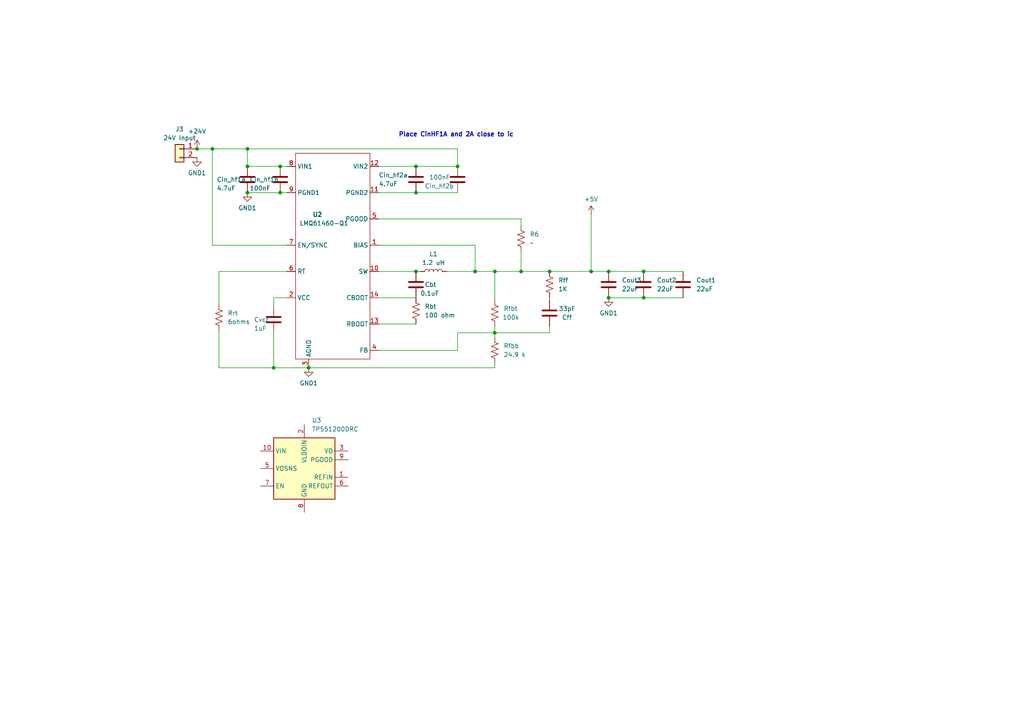
<source format=kicad_sch>
(kicad_sch (version 20230121) (generator eeschema)
  (paper "A4")
  (lib_symbols
    (symbol "Connector_Generic:Conn_01x02" (pin_names (offset 1.016) hide)
      (property "Reference" "J" (at 0 2.54 0))
      (property "Value" "Conn_01x02" (at 0 -5.08 0))
      (symbol "Conn_01x02_1_1"
        (rectangle (start -1.27 -2.413) (end 0 -2.667) (stroke (width 0.1524)))
        (rectangle (start -1.27 0.127) (end 0 -0.127) (stroke (width 0.1524)))
        (rectangle (start -1.27 1.27) (end 1.27 -3.81) (stroke (width 0.254)) (fill (type background)))
        (pin passive line (at -5.08 0 0) (length 3.81) (name "Pin_1") (number "1"))
        (pin passive line (at -5.08 -2.54 0) (length 3.81) (name "Pin_2") (number "2"))
      )
    )
    (symbol "Device:C" (pin_numbers hide) (pin_names (offset 0.254))
      (property "Reference" "C" (at 0.635 2.54 0))
      (property "Value" "C" (at 0.635 -2.54 0))
      (symbol "C_0_1"
        (polyline (pts (xy -2.032 -0.762) (xy 2.032 -0.762)) (stroke (width 0.508)))
        (polyline (pts (xy -2.032 0.762) (xy 2.032 0.762)) (stroke (width 0.508)))
      )
      (symbol "C_1_1"
        (pin passive line (at 0 3.81 270) (length 2.794) (name "~") (number "1"))
        (pin passive line (at 0 -3.81 90) (length 2.794) (name "~") (number "2"))
      )
    )
    (symbol "Device:L" (pin_numbers hide) (pin_names (offset 1.016) hide)
      (property "Reference" "L" (at -1.27 0 90))
      (property "Value" "L" (at 1.905 0 90))
      (symbol "L_0_1"
        (arc (start 0 -2.54) (mid 0.6323 -1.905) (end 0 -1.27))
        (arc (start 0 -1.27) (mid 0.6323 -0.635) (end 0 0))
        (arc (start 0 0) (mid 0.6323 0.635) (end 0 1.27))
        (arc (start 0 1.27) (mid 0.6323 1.905) (end 0 2.54))
      )
      (symbol "L_1_1"
        (pin passive line (at 0 3.81 270) (length 1.27) (name "1") (number "1"))
        (pin passive line (at 0 -3.81 90) (length 1.27) (name "2") (number "2"))
      )
    )
    (symbol "Device:R_US" (pin_numbers hide) (pin_names (offset 0))
      (property "Reference" "R" (at 2.54 0 90))
      (property "Value" "R_US" (at -2.54 0 90))
      (symbol "R_US_0_1"
        (polyline (pts (xy 0 -2.286) (xy 0 -2.54)))
        (polyline (pts (xy 0 2.286) (xy 0 2.54)))
        (polyline (pts (xy 0 -0.762) (xy 1.016 -1.143) (xy 0 -1.524) (xy -1.016 -1.905) (xy 0 -2.286)))
        (polyline (pts (xy 0 0.762) (xy 1.016 0.381) (xy 0 0) (xy -1.016 -0.381) (xy 0 -0.762)))
        (polyline (pts (xy 0 2.286) (xy 1.016 1.905) (xy 0 1.524) (xy -1.016 1.143) (xy 0 0.762)))
      )
      (symbol "R_US_1_1"
        (pin passive line (at 0 3.81 270) (length 1.27) (name "~") (number "1"))
        (pin passive line (at 0 -3.81 90) (length 1.27) (name "~") (number "2"))
      )
    )
    (symbol "Regulator:LMQ61460-Q1"
      (property "Reference" "U2" (at -6.35 8.89 0))
      (property "Value" "LMQ61460-Q1" (at -4.445 6.35 0))
      (symbol "LMQ61460-Q1_1_1"
        (rectangle (start -12.7 26.67) (end 8.89 -33.02))
        (pin power_in line (at 11.43 0 180) (length 2.54) (name "BIAS") (number "1"))
        (pin output line (at 11.43 -7.62 180) (length 2.54) (name "SW") (number "10"))
        (pin input line (at 11.43 15.24 180) (length 2.54) (name "PGND2") (number "11"))
        (pin power_in line (at 11.43 22.86 180) (length 2.54) (name "VIN2") (number "12"))
        (pin bidirectional line (at 11.43 -22.86 180) (length 2.54) (name "RBOOT") (number "13"))
        (pin bidirectional line (at 11.43 -15.24 180) (length 2.54) (name "CBOOT") (number "14"))
        (pin output line (at -15.24 -15.24 0) (length 2.54) (name "VCC") (number "2"))
        (pin input line (at -8.89 -35.56 90) (length 2.54) (name "AGND") (number "3"))
        (pin input line (at 11.43 -30.48 180) (length 2.54) (name "FB") (number "4"))
        (pin output line (at 11.43 7.62 180) (length 2.54) (name "PGOOD") (number "5"))
        (pin bidirectional line (at -15.24 -7.62 0) (length 2.54) (name "RT") (number "6"))
        (pin input line (at -15.24 0 0) (length 2.54) (name "EN/SYNC") (number "7"))
        (pin power_in line (at -15.24 22.86 0) (length 2.54) (name "VIN1") (number "8"))
        (pin output line (at -15.24 15.24 0) (length 2.54) (name "PGND1") (number "9"))
      )
    )
    (symbol "Regulator_Linear:TPS51200DRC"
      (property "Reference" "U" (at -7.62 10.16 0))
      (property "Value" "TPS51200DRC" (at 7.62 10.16 0))
      (symbol "TPS51200DRC_0_1"
        (rectangle (start -8.89 -8.89) (end 8.89 8.89) (stroke (width 0.254)) (fill (type background)))
        (pin input line (at 12.7 -2.54 180) (length 3.81) (name "REFIN") (number "1"))
        (pin power_in line (at -12.7 5.08 0) (length 3.81) (name "VIN") (number "10"))
        (pin passive line (at 0 -12.7 90) (length 3.81) hide (name "GND") (number "11"))
        (pin power_in line (at 0 12.7 270) (length 3.81) (name "VLDOIN") (number "2"))
        (pin power_out line (at 12.7 5.08 180) (length 3.81) (name "VO") (number "3"))
        (pin passive line (at 0 -12.7 90) (length 3.81) hide (name "GND") (number "4"))
        (pin input line (at -12.7 0 0) (length 3.81) (name "VOSNS") (number "5"))
        (pin output line (at 12.7 -5.08 180) (length 3.81) (name "REFOUT") (number "6"))
        (pin input line (at -12.7 -5.08 0) (length 3.81) (name "EN") (number "7"))
        (pin power_in line (at 0 -12.7 90) (length 3.81) (name "GND") (number "8"))
        (pin open_collector line (at 12.7 2.54 180) (length 3.81) (name "PGOOD") (number "9"))
      )
    )
    (symbol "power:+24V" (power) (pin_names (offset 0))
      (property "Value" "+24V" (at 0 3.556 0))
      (symbol "+24V_0_1"
        (polyline (pts (xy -0.762 1.27) (xy 0 2.54)))
        (polyline (pts (xy 0 0) (xy 0 2.54)))
        (polyline (pts (xy 0 2.54) (xy 0.762 1.27)))
      )
      (symbol "+24V_1_1"
        (pin power_in line (at 0 0 90) (length 0) hide (name "+24V") (number "1"))
      )
    )
    (symbol "power:+5V" (power) (pin_names (offset 0))
      (property "Value" "+5V" (at 0 3.556 0))
      (symbol "+5V_0_1"
        (polyline (pts (xy -0.762 1.27) (xy 0 2.54)))
        (polyline (pts (xy 0 0) (xy 0 2.54)))
        (polyline (pts (xy 0 2.54) (xy 0.762 1.27)))
      )
      (symbol "+5V_1_1"
        (pin power_in line (at 0 0 90) (length 0) hide (name "+5V") (number "1"))
      )
    )
    (symbol "power:GND1" (power) (pin_names (offset 0))
      (property "Value" "GND1" (at 0 -3.81 0))
      (symbol "GND1_0_1"
        (polyline (pts (xy 0 0) (xy 0 -1.27) (xy 1.27 -1.27) (xy 0 -2.54) (xy -1.27 -1.27) (xy 0 -1.27)))
      )
      (symbol "GND1_1_1"
        (pin power_in line (at 0 0 270) (length 0) hide (name "GND1") (number "1"))
      )
    )
  )
  (junction (at 186.69 78.74))
  (junction (at 120.65 55.88))
  (junction (at 71.755 48.26))
  (junction (at 79.375 106.68))
  (junction (at 186.69 86.36))
  (junction (at 120.65 48.26))
  (junction (at 57.15 43.18))
  (junction (at 81.28 55.88))
  (junction (at 81.28 48.26))
  (junction (at 132.715 48.26))
  (junction (at 61.595 43.18))
  (junction (at 176.53 86.36))
  (junction (at 171.45 78.74))
  (junction (at 151.13 78.74))
  (junction (at 143.51 96.52))
  (junction (at 89.535 106.68))
  (junction (at 143.51 78.74))
  (junction (at 71.755 55.88))
  (junction (at 137.795 78.74))
  (junction (at 71.755 43.18))
  (junction (at 176.53 78.74))
  (junction (at 159.385 78.74))
  (junction (at 120.65 78.74))
  (wire (pts (xy 109.855 71.12) (xy 137.795 71.12)))
  (wire (pts (xy 151.13 63.5) (xy 109.855 63.5)))
  (wire (pts (xy 143.51 105.41) (xy 143.51 106.68)))
  (wire (pts (xy 89.535 106.68) (xy 143.51 106.68)))
  (wire (pts (xy 61.595 43.18) (xy 61.595 71.12)))
  (wire (pts (xy 137.795 71.12) (xy 137.795 78.74)))
  (wire (pts (xy 143.51 78.74) (xy 151.13 78.74)))
  (wire (pts (xy 83.185 71.12) (xy 61.595 71.12)))
  (wire (pts (xy 109.855 101.6) (xy 132.715 101.6)))
  (wire (pts (xy 63.5 95.885) (xy 63.5 106.68)))
  (wire (pts (xy 151.13 65.405) (xy 151.13 63.5)))
  (wire (pts (xy 71.755 55.88) (xy 81.28 55.88)))
  (wire (pts (xy 109.855 86.36) (xy 120.65 86.36)))
  (wire (pts (xy 137.795 78.74) (xy 143.51 78.74)))
  (wire (pts (xy 63.5 106.68) (xy 79.375 106.68)))
  (wire (pts (xy 129.54 78.74) (xy 137.795 78.74)))
  (wire (pts (xy 79.375 86.36) (xy 79.375 88.9)))
  (wire (pts (xy 143.51 96.52) (xy 143.51 97.79)))
  (wire (pts (xy 109.855 78.74) (xy 120.65 78.74)))
  (wire (pts (xy 132.715 101.6) (xy 132.715 96.52)))
  (wire (pts (xy 109.855 48.26) (xy 120.65 48.26)))
  (wire (pts (xy 151.13 73.025) (xy 151.13 78.74)))
  (wire (pts (xy 186.69 78.74) (xy 198.12 78.74)))
  (wire (pts (xy 159.385 78.74) (xy 171.45 78.74)))
  (wire (pts (xy 159.385 86.36) (xy 159.385 86.995)))
  (wire (pts (xy 159.385 96.52) (xy 159.385 94.615)))
  (wire (pts (xy 186.69 86.36) (xy 198.12 86.36)))
  (wire (pts (xy 120.65 55.88) (xy 132.715 55.88)))
  (wire (pts (xy 171.45 62.23) (xy 171.45 78.74)))
  (wire (pts (xy 79.375 106.68) (xy 89.535 106.68)))
  (wire (pts (xy 83.185 78.74) (xy 63.5 78.74)))
  (wire (pts (xy 79.375 86.36) (xy 83.185 86.36)))
  (wire (pts (xy 71.755 48.26) (xy 81.28 48.26)))
  (wire (pts (xy 57.15 43.18) (xy 61.595 43.18)))
  (wire (pts (xy 143.51 94.615) (xy 143.51 96.52)))
  (wire (pts (xy 176.53 86.36) (xy 186.69 86.36)))
  (wire (pts (xy 132.715 43.18) (xy 132.715 48.26)))
  (wire (pts (xy 176.53 78.74) (xy 186.69 78.74)))
  (wire (pts (xy 71.755 43.18) (xy 71.755 48.26)))
  (wire (pts (xy 143.51 96.52) (xy 159.385 96.52)))
  (wire (pts (xy 121.92 78.74) (xy 120.65 78.74)))
  (wire (pts (xy 143.51 78.74) (xy 143.51 86.995)))
  (wire (pts (xy 81.28 48.26) (xy 83.185 48.26)))
  (wire (pts (xy 109.855 93.98) (xy 120.65 93.98)))
  (wire (pts (xy 61.595 43.18) (xy 71.755 43.18)))
  (wire (pts (xy 159.385 78.74) (xy 151.13 78.74)))
  (wire (pts (xy 81.28 55.88) (xy 83.185 55.88)))
  (wire (pts (xy 71.755 43.18) (xy 132.715 43.18)))
  (wire (pts (xy 79.375 96.52) (xy 79.375 106.68)))
  (wire (pts (xy 132.715 96.52) (xy 143.51 96.52)))
  (wire (pts (xy 63.5 78.74) (xy 63.5 88.265)))
  (wire (pts (xy 120.65 48.26) (xy 132.715 48.26)))
  (wire (pts (xy 171.45 78.74) (xy 176.53 78.74)))
  (wire (pts (xy 109.855 55.88) (xy 120.65 55.88)))
  (text "Place CinHF1A and 2A close to ic\n\n" (at 115.57 41.91 0) (effects (font (size 1.27 1.27) bold) (justify left bottom)))
  (symbol (lib_id "Regulator_Linear:TPS51200DRC") (at 88.265 135.89 0) (unit 1)
    (property "Reference" "U3" (at 90.4591 121.92 0) (effects (justify left)))
    (property "Value" "TPS51200DRC" (at 90.4591 124.46 0) (effects (justify left)))
    (property "Footprint" "Package_SON:VSON-10-1EP_3x3mm_P0.5mm_EP1.65x2.4mm" (effects hide))
    (property "Datasheet" "http://www.ti.com/lit/ds/symlink/tps51200.pdf" (effects hide))
  )
  (symbol (lib_id "Device:C") (at 176.53 82.55 0) (unit 1)
    (property "Reference" "Cout3" (at 180.34 81.28 0) (effects (justify left)))
    (property "Value" "22uF" (at 180.34 83.82 0) (effects (justify left)))
  )
  (symbol (lib_id "Device:C") (at 132.715 52.07 0) (unit 1)
    (property "Reference" "Cin_hf2b" (at 123.19 53.975 0) (effects (justify left)))
    (property "Value" "100nF" (at 124.46 51.435 0) (effects (justify left)))
  )
  (symbol (lib_id "Device:C") (at 79.375 92.71 0) (unit 1)
    (property "Reference" "Cvcc" (at 73.66 92.71 0) (effects (justify left)))
    (property "Value" "1uF" (at 73.66 95.25 0) (effects (justify left)))
  )
  (symbol (lib_id "Device:R_US") (at 143.51 101.6 0) (unit 1)
    (property "Reference" "Rfbb" (at 146.05 100.33 0) (effects (justify left)))
    (property "Value" "24.9 k" (at 146.05 102.87 0) (effects (justify left)))
  )
  (symbol (lib_id "Device:R_US") (at 120.65 90.17 0) (unit 1)
    (property "Reference" "Rbt" (at 123.19 88.9 0) (effects (justify left)))
    (property "Value" "100 ohm" (at 123.19 91.44 0) (effects (justify left)))
  )
  (symbol (lib_id "Device:C") (at 120.65 82.55 0) (unit 1)
    (property "Reference" "Cbt" (at 123.19 82.55 0) (effects (justify left)))
    (property "Value" "0.1uF" (at 121.92 85.09 0) (effects (justify left)))
  )
  (symbol (lib_id "power:GND1") (at 89.535 106.68 0) (unit 1)
    (property "Reference" "#PWR01" (effects hide))
    (property "Value" "GND1" (at 89.535 111.125 0))
    (instances (project "DigitalWeldReader-Henry" (path "" (reference "#PWR01") (unit 1)) (path "" (reference "#PWR07") (unit 1))))
  )
  (symbol (lib_id "Device:C") (at 198.12 82.55 0) (unit 1)
    (property "Reference" "Cout1" (at 201.93 81.28 0) (effects (justify left)))
    (property "Value" "22uF" (at 201.93 83.82 0) (effects (justify left)))
  )
  (symbol (lib_id "power:GND1") (at 57.15 45.72 0) (unit 1)
    (property "Reference" "#PWR01" (effects hide))
    (property "Value" "GND1" (at 57.15 50.165 0))
    (instances (project "DigitalWeldReader-Henry" (path "" (reference "#PWR01") (unit 1)) (path "" (reference "#PWR03") (unit 1))))
  )
  (symbol (lib_id "Connector_Generic:Conn_01x02") (at 52.07 43.18 0) (mirror y) (unit 1)
    (property "Reference" "J3" (at 52.07 37.465 0))
    (property "Value" "24V Input" (at 52.07 40.005 0))
  )
  (symbol (lib_id "Device:L") (at 125.73 78.74 90) (unit 1)
    (property "Reference" "L1" (at 125.73 73.66 90))
    (property "Value" "1.2 uH" (at 125.73 76.2 90))
  )
  (symbol (lib_id "Device:C") (at 159.385 90.805 180) (unit 1)
    (property "Reference" "Cff" (at 164.465 92.075 0))
    (property "Value" "33pF" (at 164.465 89.535 0))
  )
  (symbol (lib_id "Device:C") (at 71.755 52.07 0) (unit 1)
    (property "Reference" "Cin_hf1a" (at 62.865 52.07 0) (effects (justify left)))
    (property "Value" "4.7uF" (at 62.865 54.61 0) (effects (justify left)))
  )
  (symbol (lib_id "Device:R_US") (at 159.385 82.55 0) (unit 1)
    (property "Reference" "Rff" (at 161.925 81.28 0) (effects (justify left)))
    (property "Value" "1K" (at 161.925 83.82 0) (effects (justify left)))
  )
  (symbol (lib_id "Device:R_US") (at 143.51 90.805 0) (unit 1)
    (property "Reference" "Rfbt" (at 146.05 89.535 0) (effects (justify left)))
    (property "Value" " 100k" (at 144.78 92.075 0) (effects (justify left)))
  )
  (symbol (lib_id "Device:R_US") (at 63.5 92.075 0) (unit 1)
    (property "Reference" "Rrt" (at 66.04 90.805 0) (effects (justify left)))
    (property "Value" "6ohms" (at 66.04 93.345 0) (effects (justify left)))
  )
  (symbol (lib_id "power:GND1") (at 176.53 86.36 0) (unit 1)
    (property "Reference" "#PWR01" (effects hide))
    (property "Value" "GND1" (at 176.53 90.805 0))
    (instances (project "DigitalWeldReader-Henry" (path "" (reference "#PWR01") (unit 1)) (path "" (reference "#PWR010") (unit 1))))
  )
  (symbol (lib_id "Device:C") (at 120.65 52.07 0) (unit 1)
    (property "Reference" "Cin_hf2a" (at 109.855 50.8 0) (effects (justify left)))
    (property "Value" "4.7uF" (at 109.855 53.34 0) (effects (justify left)))
  )
  (symbol (lib_id "power:+24V") (at 57.15 43.18 0) (unit 1)
    (property "Reference" "#PWR04" (effects hide))
    (property "Value" "+24V" (at 57.15 38.1 0))
  )
  (symbol (lib_id "Device:C") (at 81.28 52.07 0) (unit 1)
    (property "Reference" "Cin_hf1b" (at 72.39 52.07 0) (effects (justify left)))
    (property "Value" "100nF" (at 72.39 54.61 0) (effects (justify left)))
  )
  (symbol (lib_id "power:+5V") (at 171.45 62.23 0) (unit 1)
    (property "Reference" "#PWR01" (effects hide))
    (property "Value" "+5V" (at 171.45 57.785 0))
  )
  (symbol (lib_id "power:GND1") (at 71.755 55.88 0) (unit 1)
    (property "Reference" "#PWR01" (effects hide))
    (property "Value" "GND1" (at 71.755 60.325 0))
    (instances (project "DigitalWeldReader-Henry" (path "" (reference "#PWR01") (unit 1)) (path "" (reference "#PWR09") (unit 1))))
  )
  (symbol (lib_id "Device:C") (at 186.69 82.55 0) (unit 1)
    (property "Reference" "Cout2" (at 190.5 81.28 0) (effects (justify left)))
    (property "Value" "22uF" (at 190.5 83.82 0) (effects (justify left)))
  )
  (symbol (lib_id "Regulator:LMQ61460-Q1") (at 98.425 71.12 0) (unit 1)
    (property "Reference" "U2" (at 92.075 62.23 0) (effects (font bold)))
    (property "Value" "LMQ61460-Q1" (at 93.98 64.77 0))
  )
  (symbol (lib_id "Device:R_US") (at 151.13 69.215 0) (unit 1)
    (property "Reference" "R6" (at 153.67 67.945 0) (effects (justify left)))
    (property "Value" "~" (at 153.67 70.485 0) (effects (justify left)))
  )
)
</source>
